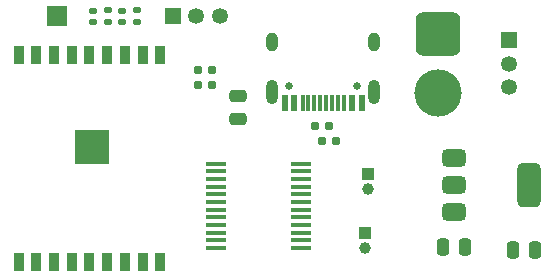
<source format=gts>
%TF.GenerationSoftware,KiCad,Pcbnew,9.0.3*%
%TF.CreationDate,2025-08-05T23:38:35-05:00*%
%TF.ProjectId,Battle_Bot_Mind,42617474-6c65-45f4-926f-745f4d696e64,rev?*%
%TF.SameCoordinates,Original*%
%TF.FileFunction,Soldermask,Top*%
%TF.FilePolarity,Negative*%
%FSLAX46Y46*%
G04 Gerber Fmt 4.6, Leading zero omitted, Abs format (unit mm)*
G04 Created by KiCad (PCBNEW 9.0.3) date 2025-08-05 23:38:35*
%MOMM*%
%LPD*%
G01*
G04 APERTURE LIST*
G04 Aperture macros list*
%AMRoundRect*
0 Rectangle with rounded corners*
0 $1 Rounding radius*
0 $2 $3 $4 $5 $6 $7 $8 $9 X,Y pos of 4 corners*
0 Add a 4 corners polygon primitive as box body*
4,1,4,$2,$3,$4,$5,$6,$7,$8,$9,$2,$3,0*
0 Add four circle primitives for the rounded corners*
1,1,$1+$1,$2,$3*
1,1,$1+$1,$4,$5*
1,1,$1+$1,$6,$7*
1,1,$1+$1,$8,$9*
0 Add four rect primitives between the rounded corners*
20,1,$1+$1,$2,$3,$4,$5,0*
20,1,$1+$1,$4,$5,$6,$7,0*
20,1,$1+$1,$6,$7,$8,$9,0*
20,1,$1+$1,$8,$9,$2,$3,0*%
G04 Aperture macros list end*
%ADD10RoundRect,0.760000X-1.140000X1.140000X-1.140000X-1.140000X1.140000X-1.140000X1.140000X1.140000X0*%
%ADD11C,4.000000*%
%ADD12R,0.900000X1.500000*%
%ADD13C,0.600000*%
%ADD14R,2.900000X2.900000*%
%ADD15R,1.700000X1.700000*%
%ADD16RoundRect,0.135000X0.185000X-0.135000X0.185000X0.135000X-0.185000X0.135000X-0.185000X-0.135000X0*%
%ADD17RoundRect,0.160000X0.197500X0.160000X-0.197500X0.160000X-0.197500X-0.160000X0.197500X-0.160000X0*%
%ADD18R,1.350000X1.350000*%
%ADD19C,1.350000*%
%ADD20RoundRect,0.160000X-0.197500X-0.160000X0.197500X-0.160000X0.197500X0.160000X-0.197500X0.160000X0*%
%ADD21R,1.000000X1.000000*%
%ADD22C,1.000000*%
%ADD23C,0.650000*%
%ADD24R,0.600000X1.450000*%
%ADD25R,0.300000X1.450000*%
%ADD26O,1.000000X2.100000*%
%ADD27O,1.000000X1.600000*%
%ADD28RoundRect,0.147500X0.172500X-0.147500X0.172500X0.147500X-0.172500X0.147500X-0.172500X-0.147500X0*%
%ADD29RoundRect,0.250000X-0.475000X0.250000X-0.475000X-0.250000X0.475000X-0.250000X0.475000X0.250000X0*%
%ADD30R,1.750000X0.450000*%
%ADD31RoundRect,0.375000X-0.625000X-0.375000X0.625000X-0.375000X0.625000X0.375000X-0.625000X0.375000X0*%
%ADD32RoundRect,0.500000X-0.500000X-1.400000X0.500000X-1.400000X0.500000X1.400000X-0.500000X1.400000X0*%
%ADD33RoundRect,0.250000X-0.250000X-0.475000X0.250000X-0.475000X0.250000X0.475000X-0.250000X0.475000X0*%
%ADD34RoundRect,0.250000X0.250000X0.475000X-0.250000X0.475000X-0.250000X-0.475000X0.250000X-0.475000X0*%
G04 APERTURE END LIST*
D10*
%TO.C,J2*%
X142750000Y-73750000D03*
D11*
X142750000Y-78750000D03*
%TD*%
D12*
%TO.C,U1*%
X107200000Y-93000000D03*
X108700000Y-93000000D03*
X110200000Y-93000000D03*
X111700000Y-93000000D03*
X113200000Y-93000000D03*
X114700000Y-93000000D03*
X116200000Y-93000000D03*
X117700000Y-93000000D03*
X119200000Y-93000000D03*
X119200000Y-75500000D03*
X117700000Y-75500000D03*
X116200000Y-75500000D03*
X114700000Y-75500000D03*
X113200000Y-75500000D03*
X111700000Y-75500000D03*
X110200000Y-75500000D03*
X108700000Y-75500000D03*
X107200000Y-75500000D03*
D13*
X112850000Y-84390000D03*
X113950000Y-84390000D03*
X112300000Y-83840000D03*
X113400000Y-83840000D03*
X114500000Y-83840000D03*
X112850000Y-83290000D03*
D14*
X113400000Y-83290000D03*
D13*
X113950000Y-83290000D03*
X112300000Y-82740000D03*
X113400000Y-82740000D03*
X114500000Y-82740000D03*
X112850000Y-82190000D03*
X113950000Y-82190000D03*
%TD*%
D15*
%TO.C,J4*%
X110500000Y-72250000D03*
%TD*%
D16*
%TO.C,R4*%
X114750000Y-72720000D03*
X114750000Y-71700000D03*
%TD*%
D17*
%TO.C,R6*%
X123597500Y-76788000D03*
X122402500Y-76788000D03*
%TD*%
D18*
%TO.C,DBG1*%
X120250000Y-72250000D03*
D19*
X122250000Y-72250000D03*
X124250000Y-72250000D03*
%TD*%
D17*
%TO.C,R5*%
X123597500Y-78038000D03*
X122402500Y-78038000D03*
%TD*%
D20*
%TO.C,R1*%
X132902500Y-82810000D03*
X134097500Y-82810000D03*
%TD*%
D21*
%TO.C,M2*%
X136500000Y-90550000D03*
D22*
X136500000Y-91820000D03*
%TD*%
D23*
%TO.C,J1*%
X135890000Y-78100000D03*
X130110000Y-78100000D03*
D24*
X136250000Y-79545000D03*
X135450000Y-79545000D03*
D25*
X134250000Y-79545000D03*
X133250000Y-79545000D03*
X132750000Y-79545000D03*
X131750000Y-79545000D03*
D24*
X130550000Y-79545000D03*
X129750000Y-79545000D03*
X129750000Y-79545000D03*
X130550000Y-79545000D03*
D25*
X131250000Y-79545000D03*
X132250000Y-79545000D03*
X133750000Y-79545000D03*
X134750000Y-79545000D03*
D24*
X135450000Y-79545000D03*
X136250000Y-79545000D03*
D26*
X137320000Y-78630000D03*
D27*
X137320000Y-74450000D03*
D26*
X128680000Y-78630000D03*
D27*
X128680000Y-74450000D03*
%TD*%
D21*
%TO.C,M1*%
X136800000Y-85625000D03*
D22*
X136800000Y-86895000D03*
%TD*%
D28*
%TO.C,D1*%
X116000000Y-72720000D03*
X116000000Y-71750000D03*
%TD*%
D29*
%TO.C,C1*%
X125750000Y-79000000D03*
X125750000Y-80900000D03*
%TD*%
D30*
%TO.C,U2*%
X131100000Y-91850000D03*
X131100000Y-91200000D03*
X131100000Y-90550000D03*
X131100000Y-89900000D03*
X131100000Y-89250000D03*
X131100000Y-88600000D03*
X131100000Y-87950000D03*
X131100000Y-87300000D03*
X131100000Y-86650000D03*
X131100000Y-86000000D03*
X131100000Y-85350000D03*
X131100000Y-84700000D03*
X123900000Y-84700000D03*
X123900000Y-85350000D03*
X123900000Y-86000000D03*
X123900000Y-86650000D03*
X123900000Y-87300000D03*
X123900000Y-87950000D03*
X123900000Y-88600000D03*
X123900000Y-89250000D03*
X123900000Y-89900000D03*
X123900000Y-90550000D03*
X123900000Y-91200000D03*
X123900000Y-91850000D03*
%TD*%
D16*
%TO.C,R3*%
X117250000Y-72720000D03*
X117250000Y-71700000D03*
%TD*%
D28*
%TO.C,D2*%
X113500000Y-72720000D03*
X113500000Y-71750000D03*
%TD*%
D31*
%TO.C,U4*%
X144100000Y-84200000D03*
X144100000Y-86500000D03*
D32*
X150400000Y-86500000D03*
D31*
X144100000Y-88800000D03*
%TD*%
D33*
%TO.C,C6*%
X143100000Y-91750000D03*
X145000000Y-91750000D03*
%TD*%
D34*
%TO.C,C5*%
X150950000Y-92000000D03*
X149050000Y-92000000D03*
%TD*%
D17*
%TO.C,R2*%
X133500000Y-81500000D03*
X132305000Y-81500000D03*
%TD*%
D18*
%TO.C,J3*%
X148750000Y-74250000D03*
D19*
X148750000Y-76250000D03*
X148750000Y-78250000D03*
%TD*%
M02*

</source>
